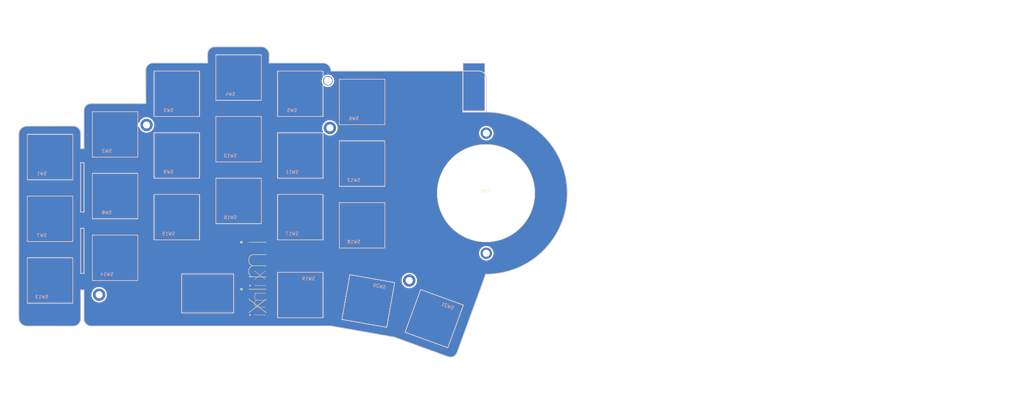
<source format=kicad_pcb>
(kicad_pcb (version 20221018) (generator pcbnew)
  (layers (0 "F.Cu" signal) (31 "B.Cu" signal) (34 "B.Paste" user) (35 "F.Paste" user) (36 "B.SilkS" user "B.Silkscreen") (37 "F.SilkS" user "F.Silkscreen") (38 "B.Mask" user) (39 "F.Mask" user) (44 "Edge.Cuts" user))
  (net 0 "")
  (footprint "fingerpunch-plates:switch-cutout-mx" (layer "F.Cu") (at 112.245465 146.36971)
    (fp_text reference "SW15" (at -2.54 5.08 180) (layer "B.SilkS") (effects (justify mirror)))
    (fp_text value "SW_Push")
    (fp_line (start -7 1.5) (end -7 2) (stroke (width 0.15)) (layer "B.SilkS"))
    (fp_line (start -7 5.6) (end -7 6.2) (stroke (width 0.15)) (layer "B.SilkS"))
    (fp_line (start -7 7) (end -7 -7) (stroke (width 0.15)) (layer "Edge.Cuts"))
    (fp_line (start -7 7) (end 7 7) (stroke (width 0.15)) (layer "Edge.Cuts"))
    (fp_line (start 7 -7) (end -7 -7) (stroke (width 0.15)) (layer "Edge.Cuts"))
    (fp_line (start 7 -7) (end 7 7) (stroke (width 0.15)) (layer "Edge.Cuts"))
  )
  (footprint "fingerpunch-plates:switch-cutout-mx" (layer "F.Cu") (at 131.245455 141.369705)
    (fp_text reference "SW16" (at -2.54 5.08 180) (layer "B.SilkS") (effects (justify mirror)))
    (fp_text value "SW_Push")
    (fp_line (start -7 1.5) (end -7 2) (stroke (width 0.15)) (layer "B.SilkS"))
    (fp_line (start -7 5.6) (end -7 6.2) (stroke (width 0.15)) (layer "B.SilkS"))
    (fp_line (start -7 7) (end -7 -7) (stroke (width 0.15)) (layer "Edge.Cuts"))
    (fp_line (start -7 7) (end 7 7) (stroke (width 0.15)) (layer "Edge.Cuts"))
    (fp_line (start 7 -7) (end -7 -7) (stroke (width 0.15)) (layer "Edge.Cuts"))
    (fp_line (start 7 -7) (end 7 7) (stroke (width 0.15)) (layer "Edge.Cuts"))
  )
  (footprint "fingerpunch-plates:switch-cutout-mx" (layer "F.Cu") (at 169.245467 148.869704)
    (fp_text reference "SW18" (at -2.54 5.08 180) (layer "B.SilkS") (effects (justify mirror)))
    (fp_text value "SW_Push")
    (fp_line (start -7 1.5) (end -7 2) (stroke (width 0.15)) (layer "B.SilkS"))
    (fp_line (start -7 5.6) (end -7 6.2) (stroke (width 0.15)) (layer "B.SilkS"))
    (fp_line (start -7 7) (end -7 -7) (stroke (width 0.15)) (layer "Edge.Cuts"))
    (fp_line (start -7 7) (end 7 7) (stroke (width 0.15)) (layer "Edge.Cuts"))
    (fp_line (start 7 -7) (end -7 -7) (stroke (width 0.15)) (layer "Edge.Cuts"))
    (fp_line (start 7 -7) (end 7 7) (stroke (width 0.15)) (layer "Edge.Cuts"))
  )
  (footprint "fingerpunch-plates:switch-cutout-mx" (layer "F.Cu") (at 93.245464 158.869704)
    (fp_text reference "SW14" (at -2.54 5.08 180) (layer "B.SilkS") (effects (justify mirror)))
    (fp_text value "SW_Push")
    (fp_line (start -7 1.5) (end -7 2) (stroke (width 0.15)) (layer "B.SilkS"))
    (fp_line (start -7 5.6) (end -7 6.2) (stroke (width 0.15)) (layer "B.SilkS"))
    (fp_line (start -7 7) (end -7 -7) (stroke (width 0.15)) (layer "Edge.Cuts"))
    (fp_line (start -7 7) (end 7 7) (stroke (width 0.15)) (layer "Edge.Cuts"))
    (fp_line (start 7 -7) (end -7 -7) (stroke (width 0.15)) (layer "Edge.Cuts"))
    (fp_line (start 7 -7) (end 7 7) (stroke (width 0.15)) (layer "Edge.Cuts"))
  )
  (footprint "fingerpunch-plates:switch-cutout-mx" (layer "F.Cu") (at 150.245466 127.369708)
    (fp_text reference "SW11" (at -2.54 5.08 180) (layer "B.SilkS") (effects (justify mirror)))
    (fp_text value "SW_Push")
    (fp_line (start -7 1.5) (end -7 2) (stroke (width 0.15)) (layer "B.SilkS"))
    (fp_line (start -7 5.6) (end -7 6.2) (stroke (width 0.15)) (layer "B.SilkS"))
    (fp_line (start -7 7) (end -7 -7) (stroke (width 0.15)) (layer "Edge.Cuts"))
    (fp_line (start -7 7) (end 7 7) (stroke (width 0.15)) (layer "Edge.Cuts"))
    (fp_line (start 7 -7) (end -7 -7) (stroke (width 0.15)) (layer "Edge.Cuts"))
    (fp_line (start 7 -7) (end 7 7) (stroke (width 0.15)) (layer "Edge.Cuts"))
  )
  (footprint "fingerpunch-plates:switch-cutout-mx" (layer "F.Cu") (at 150.245466 108.369708)
    (fp_text reference "SW5" (at -2.54 5.08 180) (layer "B.SilkS") (effects (justify mirror)))
    (fp_text value "SW_Push")
    (fp_line (start -7 1.5) (end -7 2) (stroke (width 0.15)) (layer "B.SilkS"))
    (fp_line (start -7 5.6) (end -7 6.2) (stroke (width 0.15)) (layer "B.SilkS"))
    (fp_line (start -7 7) (end -7 -7) (stroke (width 0.15)) (layer "Edge.Cuts"))
    (fp_line (start -7 7) (end 7 7) (stroke (width 0.15)) (layer "Edge.Cuts"))
    (fp_line (start 7 -7) (end -7 -7) (stroke (width 0.15)) (layer "Edge.Cuts"))
    (fp_line (start 7 -7) (end 7 7) (stroke (width 0.15)) (layer "Edge.Cuts"))
  )
  (footprint "fingerpunch-plates:switch-cutout-mx" (layer "F.Cu") (at 150.245461 146.369703)
    (fp_text reference "SW17" (at -2.54 5.08 180) (layer "B.SilkS") (effects (justify mirror)))
    (fp_text value "SW_Push")
    (fp_line (start -7 1.5) (end -7 2) (stroke (width 0.15)) (layer "B.SilkS"))
    (fp_line (start -7 5.6) (end -7 6.2) (stroke (width 0.15)) (layer "B.SilkS"))
    (fp_line (start -7 7) (end -7 -7) (stroke (width 0.15)) (layer "Edge.Cuts"))
    (fp_line (start -7 7) (end 7 7) (stroke (width 0.15)) (layer "Edge.Cuts"))
    (fp_line (start 7 -7) (end -7 -7) (stroke (width 0.15)) (layer "Edge.Cuts"))
    (fp_line (start 7 -7) (end 7 7) (stroke (width 0.15)) (layer "Edge.Cuts"))
  )
  (footprint "fingerpunch-plates:switch-cutout-mx" (layer "F.Cu") (at 112.245463 127.369703)
    (fp_text reference "SW9" (at -2.54 5.08 180) (layer "B.SilkS") (effects (justify mirror)))
    (fp_text value "SW_Push")
    (fp_line (start -7 1.5) (end -7 2) (stroke (width 0.15)) (layer "B.SilkS"))
    (fp_line (start -7 5.6) (end -7 6.2) (stroke (width 0.15)) (layer "B.SilkS"))
    (fp_line (start -7 7) (end -7 -7) (stroke (width 0.15)) (layer "Edge.Cuts"))
    (fp_line (start -7 7) (end 7 7) (stroke (width 0.15)) (layer "Edge.Cuts"))
    (fp_line (start 7 -7) (end -7 -7) (stroke (width 0.15)) (layer "Edge.Cuts"))
    (fp_line (start 7 -7) (end 7 7) (stroke (width 0.15)) (layer "Edge.Cuts"))
  )
  (footprint "fingerpunch-plates:switch-cutout-mx" (layer "F.Cu") (at 131.245464 103.369705)
    (fp_text reference "SW4" (at -2.54 5.08 180) (layer "B.SilkS") (effects (justify mirror)))
    (fp_text value "SW_Push")
    (fp_line (start -7 1.5) (end -7 2) (stroke (width 0.15)) (layer "B.SilkS"))
    (fp_line (start -7 5.6) (end -7 6.2) (stroke (width 0.15)) (layer "B.SilkS"))
    (fp_line (start -7 7) (end -7 -7) (stroke (width 0.15)) (layer "Edge.Cuts"))
    (fp_line (start -7 7) (end 7 7) (stroke (width 0.15)) (layer "Edge.Cuts"))
    (fp_line (start 7 -7) (end -7 -7) (stroke (width 0.15)) (layer "Edge.Cuts"))
    (fp_line (start 7 -7) (end 7 7) (stroke (width 0.15)) (layer "Edge.Cuts"))
  )
  (footprint "fingerpunch-plates:switch-cutout-mx" (layer "F.Cu") (at 169.245467 129.869709)
    (fp_text reference "SW12" (at -2.54 5.08 180) (layer "B.SilkS") (effects (justify mirror)))
    (fp_text value "SW_Push")
    (fp_line (start -7 1.5) (end -7 2) (stroke (width 0.15)) (layer "B.SilkS"))
    (fp_line (start -7 5.6) (end -7 6.2) (stroke (width 0.15)) (layer "B.SilkS"))
    (fp_line (start -7 7) (end -7 -7) (stroke (width 0.15)) (layer "Edge.Cuts"))
    (fp_line (start -7 7) (end 7 7) (stroke (width 0.15)) (layer "Edge.Cuts"))
    (fp_line (start 7 -7) (end -7 -7) (stroke (width 0.15)) (layer "Edge.Cuts"))
    (fp_line (start 7 -7) (end 7 7) (stroke (width 0.15)) (layer "Edge.Cuts"))
  )
  (footprint "fingerpunch-plates:switch-cutout-mx" (layer "F.Cu") (at 169.245462 110.869702)
    (fp_text reference "SW6" (at -2.54 5.08 180) (layer "B.SilkS") (effects (justify mirror)))
    (fp_text value "SW_Push")
    (fp_line (start -7 1.5) (end -7 2) (stroke (width 0.15)) (layer "B.SilkS"))
    (fp_line (start -7 5.6) (end -7 6.2) (stroke (width 0.15)) (layer "B.SilkS"))
    (fp_line (start -7 7) (end -7 -7) (stroke (width 0.15)) (layer "Edge.Cuts"))
    (fp_line (start -7 7) (end 7 7) (stroke (width 0.15)) (layer "Edge.Cuts"))
    (fp_line (start 7 -7) (end -7 -7) (stroke (width 0.15)) (layer "Edge.Cuts"))
    (fp_line (start 7 -7) (end 7 7) (stroke (width 0.15)) (layer "Edge.Cuts"))
  )
  (footprint "fingerpunch-plates:switch-cutout-mx" (layer "F.Cu") (at 131.245461 122.369701)
    (fp_text reference "SW10" (at -2.54 5.08 180) (layer "B.SilkS") (effects (justify mirror)))
    (fp_text value "SW_Push")
    (fp_line (start -7 1.5) (end -7 2) (stroke (width 0.15)) (layer "B.SilkS"))
    (fp_line (start -7 5.6) (end -7 6.2) (stroke (width 0.15)) (layer "B.SilkS"))
    (fp_line (start -7 7) (end -7 -7) (stroke (width 0.15)) (layer "Edge.Cuts"))
    (fp_line (start -7 7) (end 7 7) (stroke (width 0.15)) (layer "Edge.Cuts"))
    (fp_line (start 7 -7) (end -7 -7) (stroke (width 0.15)) (layer "Edge.Cuts"))
    (fp_line (start 7 -7) (end 7 7) (stroke (width 0.15)) (layer "Edge.Cuts"))
  )
  (footprint "fingerpunch-plates:switch-cutout-mx" (layer "F.Cu") (at 93.245467 120.869705)
    (fp_text reference "SW2" (at -2.54 5.08 180) (layer "B.SilkS") (effects (justify mirror)))
    (fp_text value "SW_Push")
    (fp_line (start -7 1.5) (end -7 2) (stroke (width 0.15)) (layer "B.SilkS"))
    (fp_line (start -7 5.6) (end -7 6.2) (stroke (width 0.15)) (layer "B.SilkS"))
    (fp_line (start -7 7) (end -7 -7) (stroke (width 0.15)) (layer "Edge.Cuts"))
    (fp_line (start -7 7) (end 7 7) (stroke (width 0.15)) (layer "Edge.Cuts"))
    (fp_line (start 7 -7) (end -7 -7) (stroke (width 0.15)) (layer "Edge.Cuts"))
    (fp_line (start 7 -7) (end 7 7) (stroke (width 0.15)) (layer "Edge.Cuts"))
  )
  (footprint "fingerpunch-plates:switch-cutout-mx" (layer "F.Cu") (at 112.245468 108.369716)
    (fp_text reference "SW3" (at -2.54 5.08 180) (layer "B.SilkS") (effects (justify mirror)))
    (fp_text value "SW_Push")
    (fp_line (start -7 1.5) (end -7 2) (stroke (width 0.15)) (layer "B.SilkS"))
    (fp_line (start -7 5.6) (end -7 6.2) (stroke (width 0.15)) (layer "B.SilkS"))
    (fp_line (start -7 7) (end -7 -7) (stroke (width 0.15)) (layer "Edge.Cuts"))
    (fp_line (start -7 7) (end 7 7) (stroke (width 0.15)) (layer "Edge.Cuts"))
    (fp_line (start 7 -7) (end -7 -7) (stroke (width 0.15)) (layer "Edge.Cuts"))
    (fp_line (start 7 -7) (end 7 7) (stroke (width 0.15)) (layer "Edge.Cuts"))
  )
  (footprint "fingerpunch-plates:switch-cutout-mx" (layer "F.Cu") (at 93.245468 139.869705)
    (fp_text reference "SW8" (at -2.54 5.08 180) (layer "B.SilkS") (effects (justify mirror)))
    (fp_text value "SW_Push")
    (fp_line (start -7 1.5) (end -7 2) (stroke (width 0.15)) (layer "B.SilkS"))
    (fp_line (start -7 5.6) (end -7 6.2) (stroke (width 0.15)) (layer "B.SilkS"))
    (fp_line (start -7 7) (end -7 -7) (stroke (width 0.15)) (layer "Edge.Cuts"))
    (fp_line (start -7 7) (end 7 7) (stroke (width 0.15)) (layer "Edge.Cuts"))
    (fp_line (start 7 -7) (end -7 -7) (stroke (width 0.15)) (layer "Edge.Cuts"))
    (fp_line (start 7 -7) (end 7 7) (stroke (width 0.15)) (layer "Edge.Cuts"))
  )
  (footprint "fingerpunch-plates:switch-cutout-mx" (layer "F.Cu") (at 171.165552 172.199978 170)
    (fp_text reference "SW20" (at -2.54 5.08 350) (layer "B.SilkS") (effects (justify mirror)))
    (fp_text value "SW_Push")
    (fp_line (start -7 1.5) (end -7 2) (stroke (width 0.15)) (layer "B.SilkS"))
    (fp_line (start -7 5.6) (end -7 6.2) (stroke (width 0.15)) (layer "B.SilkS"))
    (fp_line (start -7 7) (end -7 -7) (stroke (width 0.15)) (layer "Edge.Cuts"))
    (fp_line (start -7 7) (end 7 7) (stroke (width 0.15)) (layer "Edge.Cuts"))
    (fp_line (start 7 -7) (end -7 -7) (stroke (width 0.15)) (layer "Edge.Cuts"))
    (fp_line (start 7 -7) (end 7 7) (stroke (width 0.15)) (layer "Edge.Cuts"))
  )
  (footprint "fingerpunch-plates:switch-cutout-mx" (layer "F.Cu") (at 191.449994 177.635174 160)
    (fp_text reference "SW21" (at -2.54 5.08 340) (layer "B.SilkS") (effects (justify mirror)))
    (fp_text value "SW_Push")
    (fp_line (start -7 1.5) (end -7 2) (stroke (width 0.15)) (layer "B.SilkS"))
    (fp_line (start -7 5.6) (end -7 6.2) (stroke (width 0.15)) (layer "B.SilkS"))
    (fp_line (start -7 7) (end -7 -7) (stroke (width 0.15)) (layer "Edge.Cuts"))
    (fp_line (start -7 7) (end 7 7) (stroke (width 0.15)) (layer "Edge.Cuts"))
    (fp_line (start 7 -7) (end -7 -7) (stroke (width 0.15)) (layer "Edge.Cuts"))
    (fp_line (start 7 -7) (end 7 7) (stroke (width 0.15)) (layer "Edge.Cuts"))
  )
  (footprint "fingerpunch-plates:switch-cutout-mx" (layer "F.Cu") (at 150.245462 170.369704 180)
    (fp_text reference "SW19" (at -2.54 5.08) (layer "B.SilkS") (effects (justify mirror)))
    (fp_text value "SW_Push")
    (fp_line (start -7 1.5) (end -7 2) (stroke (width 0.15)) (layer "B.SilkS"))
    (fp_line (start -7 5.6) (end -7 6.2) (stroke (width 0.15)) (layer "B.SilkS"))
    (fp_line (start -7 7) (end -7 -7) (stroke (width 0.15)) (layer "Edge.Cuts"))
    (fp_line (start -7 7) (end 7 7) (stroke (width 0.15)) (layer "Edge.Cuts"))
    (fp_line (start 7 -7) (end -7 -7) (stroke (width 0.15)) (layer "Edge.Cuts"))
    (fp_line (start 7 -7) (end 7 7) (stroke (width 0.15)) (layer "Edge.Cuts"))
  )
  (footprint "fingerpunch-plates:switch-cutout-mx" (layer "F.Cu") (at 73.245464 127.869706)
    (fp_text reference "SW1" (at -2.54 5.08 180) (layer "B.SilkS") (effects (justify mirror)))
    (fp_text value "SW_Push")
    (fp_line (start -7 1.5) (end -7 2) (stroke (width 0.15)) (layer "B.SilkS"))
    (fp_line (start -7 5.6) (end -7 6.2) (stroke (width 0.15)) (layer "B.SilkS"))
    (fp_line (start -7 7) (end -7 -7) (stroke (width 0.15)) (layer "Edge.Cuts"))
    (fp_line (start -7 7) (end 7 7) (stroke (width 0.15)) (layer "Edge.Cuts"))
    (fp_line (start 7 -7) (end -7 -7) (stroke (width 0.15)) (layer "Edge.Cuts"))
    (fp_line (start 7 -7) (end 7 7) (stroke (width 0.15)) (layer "Edge.Cuts"))
  )
  (footprint "fingerpunch-plates:switch-cutout-mx" (layer "F.Cu") (at 73.245468 146.869701)
    (fp_text reference "SW7" (at -2.54 5.08 180) (layer "B.SilkS") (effects (justify mirror)))
    (fp_text value "SW_Push")
    (fp_line (start -7 1.5) (end -7 2) (stroke (width 0.15)) (layer "B.SilkS"))
    (fp_line (start -7 5.6) (end -7 6.2) (stroke (width 0.15)) (layer "B.SilkS"))
    (fp_line (start -7 7) (end -7 -7) (stroke (width 0.15)) (layer "Edge.Cuts"))
    (fp_line (start -7 7) (end 7 7) (stroke (width 0.15)) (layer "Edge.Cuts"))
    (fp_line (start 7 -7) (end -7 -7) (stroke (width 0.15)) (layer "Edge.Cuts"))
    (fp_line (start 7 -7) (end 7 7) (stroke (width 0.15)) (layer "Edge.Cuts"))
  )
  (footprint "fingerpunch-plates:switch-cutout-mx" (layer "F.Cu") (at 73.245472 165.869706)
    (fp_text reference "SW13" (at -2.54 5.08 180) (layer "B.SilkS") (effects (justify mirror)))
    (fp_text value "SW_Push")
    (fp_line (start -7 1.5) (end -7 2) (stroke (width 0.15)) (layer "B.SilkS"))
    (fp_line (start -7 5.6) (end -7 6.2) (stroke (width 0.15)) (layer "B.SilkS"))
    (fp_line (start -7 7) (end -7 -7) (stroke (width 0.15)) (layer "Edge.Cuts"))
    (fp_line (start -7 7) (end 7 7) (stroke (width 0.15)) (layer "Edge.Cuts"))
    (fp_line (start 7 -7) (end -7 -7) (stroke (width 0.15)) (layer "Edge.Cuts"))
    (fp_line (start 7 -7) (end 7 7) (stroke (width 0.15)) (layer "Edge.Cuts"))
  )
  (footprint "fingerpunch-plates:MountingHole_2.2mm_M2_DIN965_Pad" (layer "F.Cu") (at 159.345462 118.869702)
    (fp_text reference "H2" hide)
    (fp_text value "MountingHole")
    (pad "1" thru_hole circle (at 0 0) (size 3.8 3.8) (drill 2.2) (layers "*.Cu" "*.Mask"))
  )
  (footprint "fingerpunch-plates:MountingHole_2.2mm_M2_DIN965_Pad" (layer "F.Cu") (at 102.945466 117.969717)
    (fp_text reference "H1" hide)
    (fp_text value "MountingHole")
    (pad "1" thru_hole circle (at 0 0) (size 3.8 3.8) (drill 2.2) (layers "*.Cu" "*.Mask"))
  )
  (footprint "fingerpunch-plates:TRRS-PJ-320A" (layer "F.Cu") (at 203.645004 101.244706)
    (fp_text reference "J7" hide)
    (fp_text value "AudioJack4dpb" hide)
    (fp_line (start -3.35 -2.3) (end -3.35 12.4) (stroke (width 0.15)) (layer "Edge.Cuts"))
    (fp_line (start -3.35 -2.3) (end 3.35 -2.3) (stroke (width 0.15)) (layer "Edge.Cuts"))
    (fp_line (start -3.35 12.4) (end 3.35 12.4) (stroke (width 0.15)) (layer "Edge.Cuts"))
    (fp_line (start 3.35 -2.3) (end 3.35 12.4) (stroke (width 0.15)) (layer "Edge.Cuts"))
  )
  (footprint "fingerpunch-plates:fp-trackball-pcb-mount" (layer "F.Cu") (at 207.386 138.978)
    (fp_text reference "H17" (at -0.001 -0.710001 unlocked) (layer "F.SilkS"))
    (fp_text value "fp-modular-pointing-mount")
    (fp_circle (center 0 0) (end 15.000003 0) (stroke (width 0.12)) (fill none) (layer "Edge.Cuts"))
    (pad "1" thru_hole circle (at 0.076 18.508998 90) (size 3.5 3.5) (drill 2.2) (layers "*.Cu" "*.Mask"))
    (pad "1" thru_hole circle (at 0.086 -18.481002) (size 3.5 3.5) (drill 2.2) (layers "*.Cu" "*.Mask"))
  )
  (footprint "fingerpunch-plates:RotaryEncoder_EC11-no-legs" (layer "F.Cu") (at 121.745462 169.869704 180)
    (fp_text reference "SW47")
    (fp_text value "RotaryEncoder_Switch")
    (fp_line (start -8 -6) (end -8 6) (stroke (width 0.05)) (layer "Edge.Cuts"))
    (fp_line (start -8 -6) (end 8 -6) (stroke (width 0.05)) (layer "Edge.Cuts"))
    (fp_line (start 8 6) (end -8 6) (stroke (width 0.05)) (layer "Edge.Cuts"))
    (fp_line (start 8 6) (end 8 -6) (stroke (width 0.05)) (layer "Edge.Cuts"))
  )
  (footprint "fingerpunch-plates:MountingHole_2.2mm_M2_DIN965_Pad" (layer "F.Cu") (at 88.345464 170.269706)
    (fp_text reference "H3" hide)
    (fp_text value "MountingHole")
    (pad "1" thru_hole circle (at 0 0) (size 3.8 3.8) (drill 2.2) (layers "*.Cu" "*.Mask"))
  )
  (footprint "fingerpunch-plates:MountingHole_2.2mm_M2_DIN965_Pad" (layer "F.Cu") (at 183.765551 165.899976)
    (fp_text reference "H4" hide)
    (fp_text value "MountingHole")
    (pad "1" thru_hole circle (at 0 0) (size 3.8 3.8) (drill 2.2) (layers "*.Cu" "*.Mask"))
  )
  (footprint "fingerpunch-plates:MountingHole_2.5mm" (layer "B.Cu") (at 158.745464 104.369702)
    (fp_text reference "SW50")
    (fp_text value "SW_Push")
    (pad "" np_thru_hole circle (at 0 0) (size 2.9 2.9) (drill 2.5) (layers "F&B.Cu" "*.Mask"))
  )
  (footprint "fingerpunch-plates:USB_C_Receptacle_HRO_TYPE-C-31-M-12" (layer "B.Cu") (at 189.145004 103.144706)
    (fp_text reference "J2" hide)
    (fp_text value "USB_C_Receptacle_USB2.0")
  )
  (gr_line (start 63.623059 177.374778) (end 63.627006 120.834703) (stroke (width 0.25)) (layer "Edge.Cuts"))
  (gr_curve (pts (xy 122.348851 94.539571) (xy 122.777434 94.106535) (xy 123.361406 93.862864) (xy 123.970675 93.862844)) (stroke (width 0.25)) (layer "Edge.Cuts"))
  (gr_curve (pts (xy 66.181444 179.934898) (xy 64.768167 179.934037) (xy 63.622957 178.788059) (xy 63.623059 177.374778)) (stroke (width 0.25)) (layer "Edge.Cuts"))
  (gr_curve (pts (xy 207.475766 103.617608) (xy 207.478107 103.019676) (xy 207.242215 102.445427) (xy 206.820244 102.021788)) (stroke (width 0.25)) (layer "Edge.Cuts"))
  (gr_line (start 102.716666 111.362411) (end 102.676659 101.121419) (stroke (width 0.25)) (layer "Edge.Cuts"))
  (gr_line (start 83.664169 125.245121) (end 83.665199 113.519746) (stroke (width 0.25)) (layer "Edge.Cuts"))
  (gr_curve (pts (xy 85.861426 179.920573) (xy 85.280337 179.920639) (xy 84.723033 179.68982) (xy 84.312156 179.278911)) (stroke (width 0.25)) (layer "Edge.Cuts"))
  (gr_curve (pts (xy 103.332185 99.525603) (xy 103.754165 99.101971) (xy 104.327482 98.863835) (xy 104.925423 98.863839)) (stroke (width 0.25)) (layer "Edge.Cuts"))
  (gr_line (start 83.675097 144.773313) (end 82.660834 144.773319) (stroke (width 0.25)) (layer "Edge.Cuts"))
  (gr_curve (pts (xy 157.215333 98.86356) (xy 157.874127 98.863531) (xy 158.505211 99.128642) (xy 158.966338 99.59913)) (stroke (width 0.25)) (layer "Edge.Cuts"))
  (gr_line (start 82.684011 163.693477) (end 82.66762 149.814832) (stroke (width 0.25)) (layer "Edge.Cuts"))
  (gr_line (start 104.925423 98.863839) (end 121.716652 98.863789) (stroke (width 0.25)) (layer "Edge.Cuts"))
  (gr_curve (pts (xy 82.005518 118.957895) (xy 82.434394 119.385796) (xy 82.675447 119.966722) (xy 82.675505 120.572564)) (stroke (width 0.25)) (layer "Edge.Cuts"))
  (gr_line (start 82.675936 125.246956) (end 83.664169 125.245121) (stroke (width 0.25)) (layer "Edge.Cuts"))
  (gr_line (start 121.716652 98.863789) (end 121.688911 96.168293) (stroke (width 0.25)) (layer "Edge.Cuts"))
  (gr_line (start 83.682739 129.571482) (end 82.675175 129.571481) (stroke (width 0.25)) (layer "Edge.Cuts"))
  (gr_curve (pts (xy 82.677458 177.732047) (xy 82.677451 178.318812) (xy 82.444262 178.881526) (xy 82.029231 179.296296)) (stroke (width 0.25)) (layer "Edge.Cuts"))
  (gr_line (start 200.24 114) (end 207.475766 114) (stroke (width 0.25)) (layer "Edge.Cuts"))
  (gr_line (start 83.699871 163.693481) (end 82.684011 163.693477) (stroke (width 0.25)) (layer "Edge.Cuts"))
  (gr_line (start 83.671242 168.815998) (end 82.678026 168.816001) (stroke (width 0.25)) (layer "Edge.Cuts"))
  (gr_line (start 82.678026 168.816001) (end 82.677458 177.732047) (stroke (width 0.25)) (layer "Edge.Cuts"))
  (gr_line (start 200.24 114) (end 200.24 101.36) (stroke (width 0.25)) (layer "Edge.Cuts"))
  (gr_line (start 123.970675 93.862844) (end 138.210057 93.862308) (stroke (width 0.25)) (layer "Edge.Cuts"))
  (gr_curve (pts (xy 84.312156 179.278911) (xy 83.90127 178.868003) (xy 83.670484 178.31069) (xy 83.670573 177.729602)) (stroke (width 0.25)) (layer "Edge.Cuts"))
  (gr_line (start 195.687446 189.353523) (end 179.188192 183.34702) (stroke (width 0.25)) (layer "Edge.Cuts"))
  (gr_line (start 140.69101 96.368479) (end 140.665668 98.864175) (stroke (width 0.25)) (layer "Edge.Cuts"))
  (gr_arc (start 207.475766 114) (mid 232.363833 139.105869) (end 207.220029 163.95561) (stroke (width 0.25)) (layer "Edge.Cuts"))
  (gr_line (start 82.675505 120.572564) (end 82.675936 125.246956) (stroke (width 0.25)) (layer "Edge.Cuts"))
  (gr_curve (pts (xy 138.210057 93.862308) (xy 138.872436 93.862288) (xy 139.507317 94.127135) (xy 139.973318 94.597863)) (stroke (width 0.25)) (layer "Edge.Cuts"))
  (gr_line (start 159.716248 179.913123) (end 85.861426 179.920573) (stroke (width 0.25)) (layer "Edge.Cuts"))
  (gr_curve (pts (xy 80.389305 118.2916) (xy 80.995141 118.29027) (xy 81.576628 118.529989) (xy 82.005518 118.957895)) (stroke (width 0.25)) (layer "Edge.Cuts"))
  (gr_curve (pts (xy 206.820244 102.021788) (xy 206.398264 101.598156) (xy 205.824944 101.360018) (xy 205.227005 101.360024)) (stroke (width 0.25)) (layer "Edge.Cuts"))
  (gr_line (start 207.475766 114) (end 207.475766 103.617608) (stroke (width 0.25)) (layer "Edge.Cuts"))
  (gr_line (start 159.666592 101.364554) (end 205.227005 101.360024) (stroke (width 0.25)) (layer "Edge.Cuts"))
  (gr_arc (start 207.220028 163.95561) (mid 207.175547 164.17332) (end 207.129198 164.39064) (stroke (width 0.25)) (layer "Edge.Cuts"))
  (gr_line (start 80.464585 179.943552) (end 66.181444 179.934898) (stroke (width 0.25)) (layer "Edge.Cuts"))
  (gr_line (start 140.665668 98.864175) (end 157.215333 98.86356) (stroke (width 0.25)) (layer "Edge.Cuts"))
  (gr_line (start 83.699871 163.693481) (end 83.661606 149.814837) (stroke (width 0.25)) (layer "Edge.Cuts"))
  (gr_curve (pts (xy 121.688911 96.168293) (xy 121.682644 95.559055) (xy 121.920258 94.97261) (xy 122.348851 94.539571)) (stroke (width 0.25)) (layer "Edge.Cuts"))
  (gr_line (start 83.661605 149.814831) (end 82.66762 149.814832) (stroke (width 0.25)) (layer "Edge.Cuts"))
  (gr_line (start 83.670573 177.729602) (end 83.671242 168.815998) (stroke (width 0.25)) (layer "Edge.Cuts"))
  (gr_line (start 82.660838 144.773318) (end 82.67518 129.571485) (stroke (width 0.25)) (layer "Edge.Cuts"))
  (gr_curve (pts (xy 102.676659 101.121419) (xy 102.674322 100.523492) (xy 102.910212 99.949241) (xy 103.332185 99.525603)) (stroke (width 0.25)) (layer "Edge.Cuts"))
  (gr_curve (pts (xy 197.362755 189.280526) (xy 196.836095 189.526092) (xy 196.23346 189.552351) (xy 195.687446 189.353523)) (stroke (width 0.25)) (layer "Edge.Cuts"))
  (gr_curve (pts (xy 82.029231 179.296296) (xy 81.614199 179.711069) (xy 81.051356 179.943914) (xy 80.464585 179.943552)) (stroke (width 0.25)) (layer "Edge.Cuts"))
  (gr_line (start 207.130049 164.390824) (end 198.495602 188.044151) (stroke (width 0.25)) (layer "Edge.Cuts"))
  (gr_curve (pts (xy 139.973318 94.597863) (xy 140.439323 95.068603) (xy 140.697731 95.706143) (xy 140.69101 96.368479)) (stroke (width 0.25)) (layer "Edge.Cuts"))
  (gr_curve (pts (xy 158.966338 99.59913) (xy 159.427472 100.06963) (xy 159.679848 100.705905) (xy 159.666592 101.364554)) (stroke (width 0.25)) (layer "Edge.Cuts"))
  (gr_line (start 85.822001 111.363039) (end 102.716666 111.362411) (stroke (width 0.25)) (layer "Edge.Cuts"))
  (gr_curve (pts (xy 198.495602 188.044151) (xy 198.296919 188.590219) (xy 197.889411 189.034968) (xy 197.362755 189.280526)) (stroke (width 0.25)) (layer "Edge.Cuts"))
  (gr_line (start 179.188192 183.34702) (end 159.716248 179.913123) (stroke (width 0.25)) (layer "Edge.Cuts"))
  (gr_line (start 83.675111 144.773328) (end 83.682739 129.571477) (stroke (width 0.25)) (layer "Edge.Cuts"))
  (gr_curve (pts (xy 63.627006 120.834703) (xy 63.6271 119.449648) (xy 64.748317 118.326041) (xy 66.133367 118.322996)) (stroke (width 0.25)) (layer "Edge.Cuts"))
  (gr_curve (pts (xy 83.665199 113.519746) (xy 83.66531 112.328625) (xy 84.6309 111.363085) (xy 85.822001 111.363039)) (stroke (width 0.25)) (layer "Edge.Cuts"))
  (gr_line (start 66.133367 118.322996) (end 80.389305 118.2916) (stroke (width 0.25)) (layer "Edge.Cuts"))
  (gr_text "ximi" (at 137.22 169.94 90) (layer "B.SilkS") (effects (font (size 5 5)) (justify mirror)))
  (gr_text "ximi" (at 136.05 164.57 90) (layer "F.SilkS") (effects (font (size 8 8))))
  (zone (net 0) (net_name "") (layers "F&B.Cu") (connect_pads (clearance 0.508)) (min_thickness 0.254) (fill yes (thermal_gap 0.508) (thermal_bridge_width 0.508))
    (polygon (pts (xy 372.92 200.28) (xy 58.2 202.72) (xy 57.85 79.47) (xy 372.92 79.47)))
  )
)
</source>
